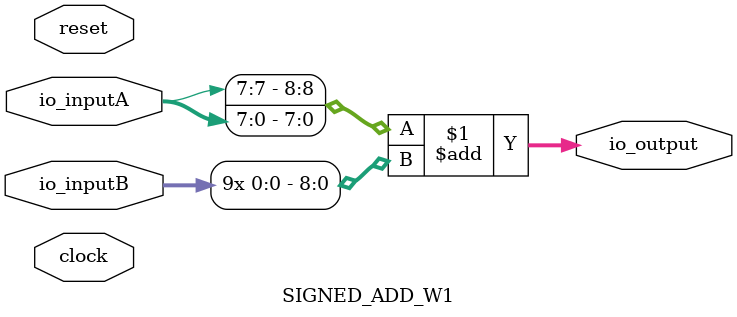
<source format=v>
module SIGNED_ADD_W1(	// file.cleaned.mlir:2:3
  input        clock,	// file.cleaned.mlir:2:31
               reset,	// file.cleaned.mlir:2:47
  input  [7:0] io_inputA,	// file.cleaned.mlir:2:63
  input        io_inputB,	// file.cleaned.mlir:2:83
  output [8:0] io_output	// file.cleaned.mlir:2:104
);

  assign io_output = {io_inputA[7], io_inputA} + {9{io_inputB}};	// file.cleaned.mlir:3:10, :4:10, :5:10, :6:10, :7:5
endmodule


</source>
